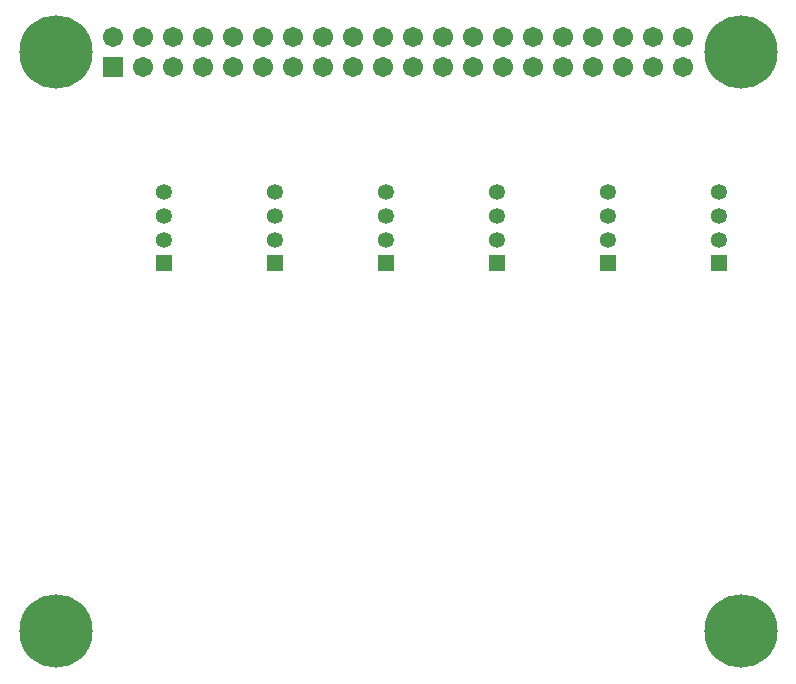
<source format=gts>
G04*
G04 #@! TF.GenerationSoftware,Altium Limited,Altium Designer,24.7.2 (38)*
G04*
G04 Layer_Color=8388736*
%FSLAX25Y25*%
%MOIN*%
G70*
G04*
G04 #@! TF.SameCoordinates,F96F46E9-85AD-4114-9B5A-613433178D46*
G04*
G04*
G04 #@! TF.FilePolarity,Negative*
G04*
G01*
G75*
%ADD13R,0.05328X0.05328*%
%ADD14C,0.05328*%
%ADD15C,0.06706*%
%ADD16R,0.06706X0.06706*%
%ADD17C,0.24422*%
D13*
X263000Y201378D02*
D03*
X300000D02*
D03*
X226000D02*
D03*
X189000D02*
D03*
X152000D02*
D03*
X115000D02*
D03*
D14*
X263000Y209252D02*
D03*
Y217126D02*
D03*
Y225000D02*
D03*
X300000Y209252D02*
D03*
Y217126D02*
D03*
Y225000D02*
D03*
X226000Y209252D02*
D03*
Y217126D02*
D03*
Y225000D02*
D03*
X189000Y209252D02*
D03*
Y217126D02*
D03*
Y225000D02*
D03*
X152000Y209252D02*
D03*
Y217126D02*
D03*
Y225000D02*
D03*
X115000Y209252D02*
D03*
Y217126D02*
D03*
Y225000D02*
D03*
D15*
X257913Y266653D02*
D03*
Y276654D02*
D03*
X267913Y266653D02*
D03*
Y276654D02*
D03*
X277913Y266653D02*
D03*
Y276654D02*
D03*
X287913Y266653D02*
D03*
Y276654D02*
D03*
X247913D02*
D03*
Y266653D02*
D03*
X237913Y276654D02*
D03*
Y266653D02*
D03*
X227913Y276654D02*
D03*
Y266653D02*
D03*
X217913Y276654D02*
D03*
Y266653D02*
D03*
X207913Y276654D02*
D03*
Y266653D02*
D03*
X197913Y276654D02*
D03*
Y266653D02*
D03*
X187913Y276654D02*
D03*
Y266653D02*
D03*
X177913Y276654D02*
D03*
Y266653D02*
D03*
X167913Y276654D02*
D03*
Y266653D02*
D03*
X157913Y276654D02*
D03*
Y266653D02*
D03*
X147913Y276654D02*
D03*
Y266653D02*
D03*
X137913Y276654D02*
D03*
Y266653D02*
D03*
X127913Y276654D02*
D03*
Y266653D02*
D03*
X117913Y276654D02*
D03*
Y266653D02*
D03*
X107913Y276654D02*
D03*
Y266653D02*
D03*
X97913Y276654D02*
D03*
D16*
Y266653D02*
D03*
D17*
X307087Y78740D02*
D03*
Y271654D02*
D03*
X78740Y78740D02*
D03*
Y271654D02*
D03*
M02*

</source>
